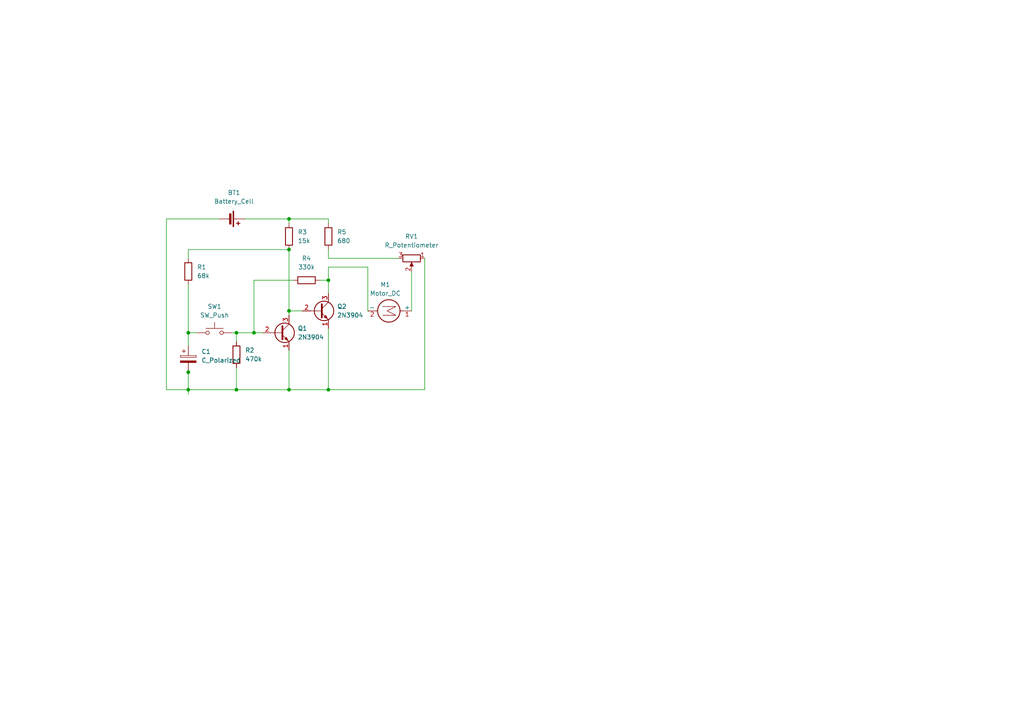
<source format=kicad_sch>
(kicad_sch (version 20250114) (generator "eeschema") (generator_version "9.0")
  (paper "A4")
  (lib_symbols
    (symbol "Device:Battery_Cell" (pin_numbers (hide yes)) (pin_names (offset 0) (hide yes))
      (property "Reference" "BT" (at 2.54 2.54 0))
      (property "Value" "Battery_Cell" (at 2.54 0 0))
      (symbol "Battery_Cell_0_1"
        (rectangle (start -2.286 1.778) (end 2.286 1.524) (fill (type outline)))
        (rectangle (start -1.524 1.016) (end 1.524 0.508) (fill (type outline)))
        (polyline (pts (xy 0 1.778) (xy 0 2.54)))
        (polyline (pts (xy 0 0.762) (xy 0 0)))
        (polyline (pts (xy 0.762 3.048) (xy 1.778 3.048)) (stroke (width 0.254)))
        (polyline (pts (xy 1.27 3.556) (xy 1.27 2.54)) (stroke (width 0.254)))
      )
      (symbol "Battery_Cell_1_1"
        (pin passive line (at 0 5.08 270) (length 2.54) (name "+") (number "1"))
        (pin passive line (at 0 -2.54 90) (length 2.54) (name "-") (number "2"))
      )
    )
    (symbol "Device:C_Polarized" (pin_numbers (hide yes)) (pin_names (offset 0.254))
      (property "Reference" "C" (at 0.635 2.54 0))
      (property "Value" "C_Polarized" (at 0.635 -2.54 0))
      (symbol "C_Polarized_0_1"
        (rectangle (start -2.286 0.508) (end 2.286 1.016))
        (polyline (pts (xy -1.778 2.286) (xy -0.762 2.286)))
        (polyline (pts (xy -1.27 2.794) (xy -1.27 1.778)))
        (rectangle (start 2.286 -0.508) (end -2.286 -1.016) (fill (type outline)))
      )
      (symbol "C_Polarized_1_1"
        (pin passive line (at 0 3.81 270) (length 2.794) (name "~") (number "1"))
        (pin passive line (at 0 -3.81 90) (length 2.794) (name "~") (number "2"))
      )
    )
    (symbol "Device:R" (pin_numbers (hide yes)) (pin_names (offset 0))
      (property "Reference" "R" (at 2.032 0 90))
      (property "Value" "R" (at 0 0 90))
      (symbol "R_0_1"
        (rectangle (start -1.016 -2.54) (end 1.016 2.54) (stroke (width 0.254)))
      )
      (symbol "R_1_1"
        (pin passive line (at 0 3.81 270) (length 1.27) (name "~") (number "1"))
        (pin passive line (at 0 -3.81 90) (length 1.27) (name "~") (number "2"))
      )
    )
    (symbol "Device:R_Potentiometer" (pin_names (offset 1.016) (hide yes))
      (property "Reference" "RV" (at -4.445 0 90))
      (property "Value" "R_Potentiometer" (at -2.54 0 90))
      (symbol "R_Potentiometer_0_1"
        (rectangle (start 1.016 2.54) (end -1.016 -2.54) (stroke (width 0.254)))
        (polyline (pts (xy 1.143 0) (xy 2.286 0.508) (xy 2.286 -0.508) (xy 1.143 0)) (fill (type outline)))
        (polyline (pts (xy 2.54 0) (xy 1.524 0)))
      )
      (symbol "R_Potentiometer_1_1"
        (pin passive line (at 0 3.81 270) (length 1.27) (name "1") (number "1"))
        (pin passive line (at 0 -3.81 90) (length 1.27) (name "3") (number "3"))
        (pin passive line (at 3.81 0 180) (length 1.27) (name "2") (number "2"))
      )
    )
    (symbol "Motor:Motor_DC" (pin_names (offset 0))
      (property "Reference" "M" (at 2.54 2.54 0))
      (property "Value" "Motor_DC" (at 2.54 -5.08 0))
      (symbol "Motor_DC_0_0"
        (polyline (pts (xy -1.27 -3.302) (xy -1.27 0.508) (xy 0 -2.032) (xy 1.27 0.508) (xy 1.27 -3.302)))
      )
      (symbol "Motor_DC_0_1"
        (polyline (pts (xy 0 2.032) (xy 0 2.54)))
        (polyline (pts (xy 0 1.7272) (xy 0 2.0828)))
        (circle (center 0 -1.524) (radius 3.2512) (stroke (width 0.254)))
        (polyline (pts (xy 0 -4.7752) (xy 0 -5.1816)))
        (polyline (pts (xy 0 -7.62) (xy 0 -7.112)))
      )
      (symbol "Motor_DC_1_1"
        (pin passive line (at 0 5.08 270) (length 2.54) (name "+") (number "1"))
        (pin passive line (at 0 -7.62 90) (length 2.54) (name "-") (number "2"))
      )
    )
    (symbol "Switch:SW_Push" (pin_numbers (hide yes)) (pin_names (offset 1.016) (hide yes))
      (property "Reference" "SW" (at 1.27 2.54 0))
      (property "Value" "SW_Push" (at 0 -1.524 0))
      (symbol "SW_Push_0_1"
        (circle (center -2.032 0) (radius 0.508))
        (polyline (pts (xy 0 1.27) (xy 0 3.048)))
        (circle (center 2.032 0) (radius 0.508))
        (polyline (pts (xy 2.54 1.27) (xy -2.54 1.27)))
        (pin passive line (at -5.08 0 0) (length 2.54) (name "1") (number "1"))
        (pin passive line (at 5.08 0 180) (length 2.54) (name "2") (number "2"))
      )
    )
    (symbol "Transistor_BJT:2N3904" (pin_names (offset 0) (hide yes))
      (property "Reference" "Q" (at 5.08 1.905 0))
      (property "Value" "2N3904" (at 5.08 0 0))
      (symbol "2N3904_0_1"
        (polyline (pts (xy -2.54 0) (xy 0.635 0)))
        (polyline (pts (xy 0.635 1.905) (xy 0.635 -1.905)) (stroke (width 0.508)))
        (circle (center 1.27 0) (radius 2.8194) (stroke (width 0.254)))
      )
      (symbol "2N3904_1_1"
        (polyline (pts (xy 0.635 0.635) (xy 2.54 2.54)))
        (polyline (pts (xy 0.635 -0.635) (xy 2.54 -2.54)))
        (polyline (pts (xy 1.27 -1.778) (xy 1.778 -1.27) (xy 2.286 -2.286) (xy 1.27 -1.778)) (fill (type outline)))
        (pin input line (at -5.08 0 0) (length 2.54) (name "B") (number "2"))
        (pin passive line (at 2.54 5.08 270) (length 2.54) (name "C") (number "3"))
        (pin passive line (at 2.54 -5.08 90) (length 2.54) (name "E") (number "1"))
      )
    )
  )
  (junction (at 83.82 90.17))
  (junction (at 54.61 113.03))
  (junction (at 83.82 63.5))
  (junction (at 68.58 96.52))
  (junction (at 83.82 72.39))
  (junction (at 54.61 96.52))
  (junction (at 95.25 81.28))
  (junction (at 54.61 107.95))
  (junction (at 95.25 113.03))
  (junction (at 73.66 96.52))
  (junction (at 68.58 113.03))
  (junction (at 83.82 113.03))
  (wire (pts (xy 54.61 96.52) (xy 54.61 100.33)))
  (wire (pts (xy 95.25 81.28) (xy 95.25 85.09)))
  (wire (pts (xy 73.66 96.52) (xy 76.2 96.52)))
  (wire (pts (xy 95.25 63.5) (xy 95.25 64.77)))
  (wire (pts (xy 95.25 77.47) (xy 95.25 81.28)))
  (wire (pts (xy 54.61 96.52) (xy 57.15 96.52)))
  (wire (pts (xy 68.58 96.52) (xy 68.58 99.06)))
  (wire (pts (xy 48.26 113.03) (xy 54.61 113.03)))
  (wire (pts (xy 54.61 113.03) (xy 68.58 113.03)))
  (wire (pts (xy 123.19 113.03) (xy 123.19 74.93)))
  (wire (pts (xy 71.12 63.5) (xy 83.82 63.5)))
  (wire (pts (xy 73.66 81.28) (xy 73.66 96.52)))
  (wire (pts (xy 54.61 82.55) (xy 54.61 96.52)))
  (wire (pts (xy 68.58 96.52) (xy 73.66 96.52)))
  (wire (pts (xy 83.82 113.03) (xy 95.25 113.03)))
  (wire (pts (xy 119.38 78.74) (xy 119.38 90.17)))
  (wire (pts (xy 68.58 113.03) (xy 83.82 113.03)))
  (wire (pts (xy 68.58 106.68) (xy 68.58 113.03)))
  (wire (pts (xy 54.61 72.39) (xy 83.82 72.39)))
  (wire (pts (xy 83.82 91.44) (xy 83.82 90.17)))
  (wire (pts (xy 48.26 63.5) (xy 63.5 63.5)))
  (wire (pts (xy 95.25 95.25) (xy 95.25 113.03)))
  (wire (pts (xy 83.82 72.39) (xy 83.82 90.17)))
  (wire (pts (xy 54.61 74.93) (xy 54.61 72.39)))
  (wire (pts (xy 54.61 106.68) (xy 54.61 107.95)))
  (wire (pts (xy 83.82 101.6) (xy 83.82 113.03)))
  (wire (pts (xy 48.26 63.5) (xy 48.26 113.03)))
  (wire (pts (xy 83.82 64.77) (xy 83.82 63.5)))
  (wire (pts (xy 83.82 63.5) (xy 95.25 63.5)))
  (wire (pts (xy 92.71 81.28) (xy 95.25 81.28)))
  (wire (pts (xy 106.68 77.47) (xy 95.25 77.47)))
  (wire (pts (xy 95.25 74.93) (xy 115.57 74.93)))
  (wire (pts (xy 85.09 81.28) (xy 73.66 81.28)))
  (wire (pts (xy 54.61 107.95) (xy 54.61 113.03)))
  (wire (pts (xy 106.68 90.17) (xy 106.68 77.47)))
  (wire (pts (xy 95.25 113.03) (xy 123.19 113.03)))
  (wire (pts (xy 83.82 90.17) (xy 87.63 90.17)))
  (wire (pts (xy 67.31 96.52) (xy 68.58 96.52)))
  (wire (pts (xy 54.61 114.3) (xy 54.61 113.03)))
  (wire (pts (xy 95.25 72.39) (xy 95.25 74.93)))
  (symbol (lib_id "Device:R") (at 68.58 102.87 0) (unit 1)
    (property "Reference" "R2" (at 71.12 101.5999 0) (effects (justify left)))
    (property "Value" "470k" (at 71.12 104.1399 0) (effects (justify left)))
    (property "Footprint" "Resistor_THT:R_Axial_DIN0207_L6.3mm_D2.5mm_P7.62mm_Horizontal" (effects (hide yes)))
    (property "Description" "Resistor" (effects (hide yes)))
  )
  (symbol (lib_id "Device:R") (at 54.61 78.74 0) (unit 1)
    (property "Reference" "R1" (at 57.15 77.4699 0) (effects (justify left)))
    (property "Value" "68k" (at 57.15 80.0099 0) (effects (justify left)))
    (property "Footprint" "Resistor_THT:R_Axial_DIN0207_L6.3mm_D2.5mm_P7.62mm_Horizontal" (effects (hide yes)))
    (property "Description" "Resistor" (effects (hide yes)))
  )
  (symbol (lib_id "Transistor_BJT:2N3904") (at 81.28 96.52 0) (unit 1)
    (property "Reference" "Q1" (at 86.36 95.2499 0) (effects (justify left)))
    (property "Value" "2N3904" (at 86.36 97.7899 0) (effects (justify left)))
    (property "Footprint" "Package_TO_SOT_THT:TO-92_Inline" (effects (hide yes)))
    (property "Datasheet" "https://www.onsemi.com/pub/Collateral/2N3903-D.PDF" (effects (hide yes)))
    (property "Description" "0.2A Ic, 40V Vce, Small Signal NPN Transistor, TO-92" (effects (hide yes)))
  )
  (symbol (lib_id "Motor:Motor_DC") (at 114.3 90.17 270) (unit 1)
    (property "Reference" "M1" (at 111.76 82.55 90))
    (property "Value" "Motor_DC" (at 111.76 85.09 90))
    (property "Footprint" "Connector_PinHeader_2.54mm:PinHeader_1x20_P2.54mm_Vertical" (effects (hide yes)))
    (property "Description" "DC Motor" (effects (hide yes)))
  )
  (symbol (lib_id "Device:C_Polarized") (at 54.61 104.14 0) (unit 1)
    (property "Reference" "C1" (at 58.42 101.9809 0) (effects (justify left)))
    (property "Value" "C_Polarized" (at 58.42 104.5209 0) (effects (justify left)))
    (property "Footprint" "Capacitor_THT:CP_Radial_D8.0mm_P5.00mm" (effects (hide yes)))
    (property "Description" "Polarized capacitor" (effects (hide yes)))
  )
  (symbol (lib_id "Transistor_BJT:2N3904") (at 92.71 90.17 0) (unit 1)
    (property "Reference" "Q2" (at 97.79 88.8999 0) (effects (justify left)))
    (property "Value" "2N3904" (at 97.79 91.4399 0) (effects (justify left)))
    (property "Footprint" "Package_TO_SOT_THT:TO-92_Inline" (effects (hide yes)))
    (property "Datasheet" "https://www.onsemi.com/pub/Collateral/2N3903-D.PDF" (effects (hide yes)))
    (property "Description" "0.2A Ic, 40V Vce, Small Signal NPN Transistor, TO-92" (effects (hide yes)))
  )
  (symbol (lib_id "Device:R_Potentiometer") (at 119.38 74.93 270) (unit 1)
    (property "Reference" "RV1" (at 119.38 68.58 90))
    (property "Value" "R_Potentiometer" (at 119.38 71.12 90))
    (property "Footprint" "Potentiometer_THT:Potentiometer_Vishay_T73YP_Vertical" (effects (hide yes)))
    (property "Description" "Potentiometer" (effects (hide yes)))
  )
  (symbol (lib_id "Device:R") (at 95.25 68.58 0) (unit 1)
    (property "Reference" "R5" (at 97.79 67.3099 0) (effects (justify left)))
    (property "Value" "680" (at 97.79 69.8499 0) (effects (justify left)))
    (property "Footprint" "Resistor_THT:R_Axial_DIN0207_L6.3mm_D2.5mm_P7.62mm_Horizontal" (effects (hide yes)))
    (property "Description" "Resistor" (effects (hide yes)))
  )
  (symbol (lib_id "Device:Battery_Cell") (at 66.04 63.5 270) (unit 1)
    (property "Reference" "BT1" (at 67.8815 55.88 90))
    (property "Value" "Battery_Cell" (at 67.8815 58.42 90))
    (property "Footprint" "Battery:BatteryHolder_Keystone_3034_1x20mm" (effects (hide yes)))
    (property "Description" "Single-cell battery" (effects (hide yes)))
  )
  (symbol (lib_id "Switch:SW_Push") (at 62.23 96.52 0) (unit 1)
    (property "Reference" "SW1" (at 62.23 88.9 0))
    (property "Value" "SW_Push" (at 62.23 91.44 0))
    (property "Footprint" "Button_Switch_THT:SW_PUSH_6mm" (effects (hide yes)))
    (property "Description" "Push button switch, generic, two pins" (effects (hide yes)))
  )
  (symbol (lib_id "Device:R") (at 83.82 68.58 0) (unit 1)
    (property "Reference" "R3" (at 86.36 67.3099 0) (effects (justify left)))
    (property "Value" "15k" (at 86.36 69.8499 0) (effects (justify left)))
    (property "Footprint" "Resistor_THT:R_Axial_DIN0207_L6.3mm_D2.5mm_P7.62mm_Horizontal" (effects (hide yes)))
    (property "Description" "Resistor" (effects (hide yes)))
  )
  (symbol (lib_id "Device:R") (at 88.9 81.28 90) (unit 1)
    (property "Reference" "R4" (at 88.9 74.93 90))
    (property "Value" "330k" (at 88.9 77.47 90))
    (property "Footprint" "Resistor_THT:R_Axial_DIN0207_L6.3mm_D2.5mm_P7.62mm_Horizontal" (effects (hide yes)))
    (property "Description" "Resistor" (effects (hide yes)))
  )
)
</source>
